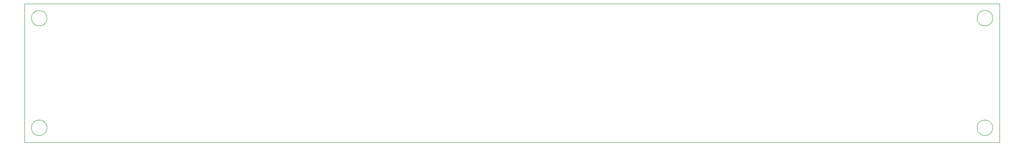
<source format=gm1>
%TF.GenerationSoftware,KiCad,Pcbnew,8.0.5*%
%TF.CreationDate,2024-09-09T15:54:14+02:00*%
%TF.ProjectId,info_orbs,696e666f-5f6f-4726-9273-2e6b69636164,rev?*%
%TF.SameCoordinates,Original*%
%TF.FileFunction,Profile,NP*%
%FSLAX46Y46*%
G04 Gerber Fmt 4.6, Leading zero omitted, Abs format (unit mm)*
G04 Created by KiCad (PCBNEW 8.0.5) date 2024-09-09 15:54:14*
%MOMM*%
%LPD*%
G01*
G04 APERTURE LIST*
%TA.AperFunction,Profile*%
%ADD10C,0.100000*%
%TD*%
%TA.AperFunction,Profile*%
%ADD11C,0.050000*%
%TD*%
G04 APERTURE END LIST*
D10*
X38296000Y-85500000D02*
G75*
G02*
X35096000Y-85500000I-1600000J0D01*
G01*
X35096000Y-85500000D02*
G75*
G02*
X38296000Y-85500000I1600000J0D01*
G01*
X231114000Y-63000000D02*
G75*
G02*
X227914000Y-63000000I-1600000J0D01*
G01*
X227914000Y-63000000D02*
G75*
G02*
X231114000Y-63000000I1600000J0D01*
G01*
X38296000Y-63000000D02*
G75*
G02*
X35096000Y-63000000I-1600000J0D01*
G01*
X35096000Y-63000000D02*
G75*
G02*
X38296000Y-63000000I1600000J0D01*
G01*
X231114000Y-85500000D02*
G75*
G02*
X227914000Y-85500000I-1600000J0D01*
G01*
X227914000Y-85500000D02*
G75*
G02*
X231114000Y-85500000I1600000J0D01*
G01*
D11*
X33696000Y-60000000D02*
X232514000Y-60000000D01*
X232514000Y-88500000D01*
X33696000Y-88500000D01*
X33696000Y-60000000D01*
M02*

</source>
